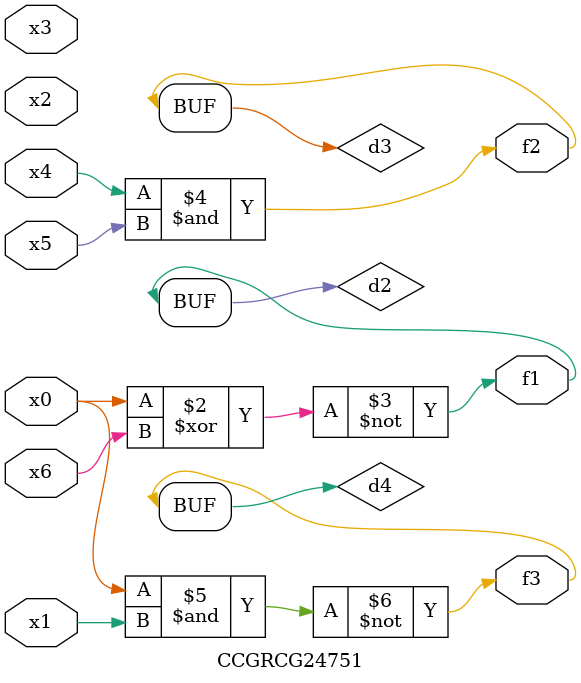
<source format=v>
module CCGRCG24751(
	input x0, x1, x2, x3, x4, x5, x6,
	output f1, f2, f3
);

	wire d1, d2, d3, d4;

	nor (d1, x0);
	xnor (d2, x0, x6);
	and (d3, x4, x5);
	nand (d4, x0, x1);
	assign f1 = d2;
	assign f2 = d3;
	assign f3 = d4;
endmodule

</source>
